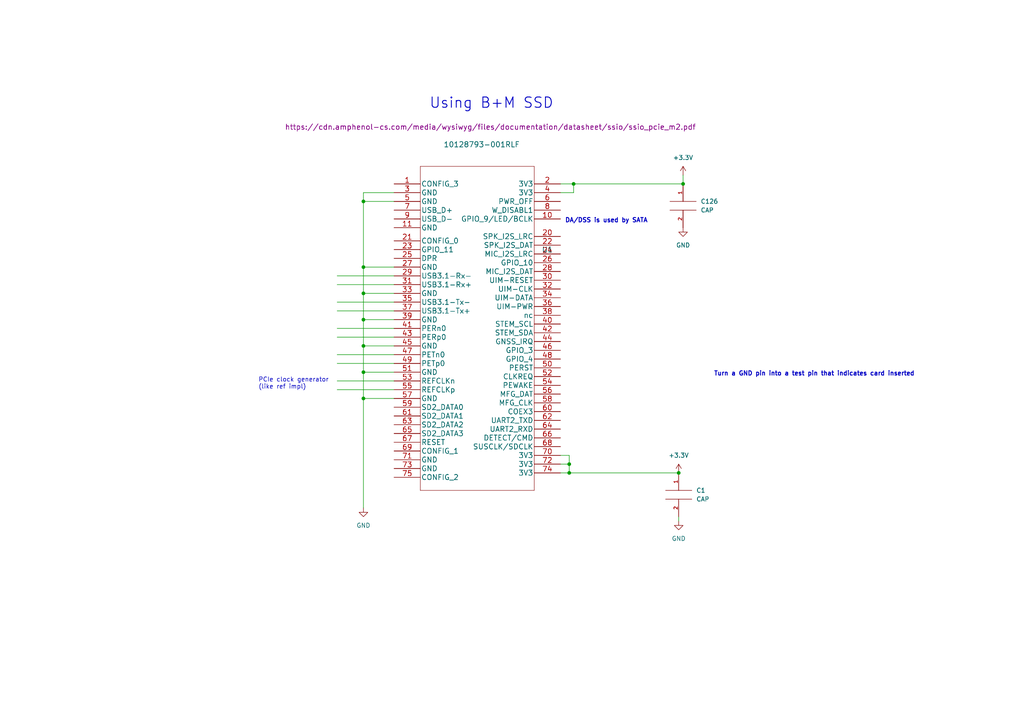
<source format=kicad_sch>
(kicad_sch (version 20211123) (generator eeschema)
  (paper "A4")
  (lib_symbols
    (symbol "Ziloo:10128793-001RLF" (pin_names (offset 0.254))
      (property "Reference" "U" (at -1.27 44.45 0))
      (property "Value" "10128793-001RLF" (at 1.27 41.91 0))
      (property "Datasheet" "https://cdn.amphenol-cs.com/media/wysiwyg/files/documentation/datasheet/ssio/ssio_pcie_m2.pdf" (at 2.54 -62.23 0))
      (symbol "10128793-001RLF_1_1"
        (polyline (pts (xy -16.51 -54.61) (xy 16.51 -54.61)) (stroke (width 0.127)))
        (polyline (pts (xy -16.51 39.37) (xy -16.51 -54.61)) (stroke (width 0.127)))
        (polyline (pts (xy 16.51 -54.61) (xy 16.51 39.37)) (stroke (width 0.127)))
        (polyline (pts (xy 16.51 39.37) (xy -16.51 39.37)) (stroke (width 0.127)))
        (pin unspecified line (at -24.13 34.29 0) (length 7.62) (name "CONFIG_3") (number "1"))
        (pin unspecified line (at 24.13 24.13 180) (length 7.62) (name "GPIO_9/LED/BCLK") (number "10"))
        (pin unspecified line (at -24.13 21.59 0) (length 7.62) (name "GND") (number "11"))
        (pin unspecified line (at 24.13 34.29 180) (length 7.62) (name "3V3") (number "2"))
        (pin unspecified line (at 24.13 19.05 180) (length 7.62) (name "SPK_I2S_LRC") (number "20"))
        (pin unspecified line (at -24.13 17.78 0) (length 7.62) (name "CONFIG_0") (number "21"))
        (pin unspecified line (at 24.13 16.51 180) (length 7.62) (name "SPK_I2S_DAT") (number "22"))
        (pin unspecified line (at -24.13 15.24 0) (length 7.62) (name "GPIO_11") (number "23"))
        (pin unspecified line (at 24.13 13.97 180) (length 7.62) (name "MIC_I2S_LRC") (number "24"))
        (pin output line (at -24.13 12.7 0) (length 7.62) (name "DPR") (number "25"))
        (pin unspecified line (at 24.13 11.43 180) (length 7.62) (name "GPIO_10") (number "26"))
        (pin unspecified line (at -24.13 10.16 0) (length 7.62) (name "GND") (number "27"))
        (pin unspecified line (at 24.13 8.89 180) (length 7.62) (name "MIC_I2S_DAT") (number "28"))
        (pin unspecified line (at -24.13 7.62 0) (length 7.62) (name "USB3.1-Rx-") (number "29"))
        (pin unspecified line (at -24.13 31.75 0) (length 7.62) (name "GND") (number "3"))
        (pin unspecified line (at 24.13 6.35 180) (length 7.62) (name "UIM-RESET") (number "30"))
        (pin unspecified line (at -24.13 5.08 0) (length 7.62) (name "USB3.1-Rx+") (number "31"))
        (pin unspecified line (at 24.13 3.81 180) (length 7.62) (name "UIM-CLK") (number "32"))
        (pin unspecified line (at -24.13 2.54 0) (length 7.62) (name "GND") (number "33"))
        (pin unspecified line (at 24.13 1.27 180) (length 7.62) (name "UIM-DATA") (number "34"))
        (pin unspecified line (at -24.13 0 0) (length 7.62) (name "USB3.1-Tx-") (number "35"))
        (pin unspecified line (at 24.13 -1.27 180) (length 7.62) (name "UIM-PWR") (number "36"))
        (pin unspecified line (at -24.13 -2.54 0) (length 7.62) (name "USB3.1-Tx+") (number "37"))
        (pin unspecified line (at 24.13 -3.81 180) (length 7.62) (name "nc") (number "38"))
        (pin unspecified line (at -24.13 -5.08 0) (length 7.62) (name "GND") (number "39"))
        (pin unspecified line (at 24.13 31.75 180) (length 7.62) (name "3V3") (number "4"))
        (pin unspecified line (at 24.13 -6.35 180) (length 7.62) (name "STEM_SCL") (number "40"))
        (pin unspecified line (at -24.13 -7.62 0) (length 7.62) (name "PERn0") (number "41"))
        (pin unspecified line (at 24.13 -8.89 180) (length 7.62) (name "STEM_SDA") (number "42"))
        (pin unspecified line (at -24.13 -10.16 0) (length 7.62) (name "PERp0") (number "43"))
        (pin unspecified line (at 24.13 -11.43 180) (length 7.62) (name "GNSS_IRQ") (number "44"))
        (pin unspecified line (at -24.13 -12.7 0) (length 7.62) (name "GND") (number "45"))
        (pin unspecified line (at 24.13 -13.97 180) (length 7.62) (name "GPIO_3") (number "46"))
        (pin unspecified line (at -24.13 -15.24 0) (length 7.62) (name "PETn0") (number "47"))
        (pin unspecified line (at 24.13 -16.51 180) (length 7.62) (name "GPIO_4") (number "48"))
        (pin unspecified line (at -24.13 -17.78 0) (length 7.62) (name "PETp0") (number "49"))
        (pin unspecified line (at -24.13 29.21 0) (length 7.62) (name "GND") (number "5"))
        (pin unspecified line (at 24.13 -19.05 180) (length 7.62) (name "PERST") (number "50"))
        (pin unspecified line (at -24.13 -20.32 0) (length 7.62) (name "GND") (number "51"))
        (pin unspecified line (at 24.13 -21.59 180) (length 7.62) (name "CLKREQ") (number "52"))
        (pin unspecified line (at -24.13 -22.86 0) (length 7.62) (name "REFCLKn") (number "53"))
        (pin unspecified line (at 24.13 -24.13 180) (length 7.62) (name "PEWAKE") (number "54"))
        (pin unspecified line (at -24.13 -25.4 0) (length 7.62) (name "REFCLKp") (number "55"))
        (pin unspecified line (at 24.13 -26.67 180) (length 7.62) (name "MFG_DAT") (number "56"))
        (pin unspecified line (at -24.13 -27.94 0) (length 7.62) (name "GND") (number "57"))
        (pin unspecified line (at 24.13 -29.21 180) (length 7.62) (name "MFG_CLK") (number "58"))
        (pin input line (at -24.13 -30.48 0) (length 7.62) (name "SD2_DATA0") (number "59"))
        (pin output line (at 24.13 29.21 180) (length 7.62) (name "PWR_OFF") (number "6"))
        (pin unspecified line (at 24.13 -31.75 180) (length 7.62) (name "COEX3") (number "60"))
        (pin input line (at -24.13 -33.02 0) (length 7.62) (name "SD2_DATA1") (number "61"))
        (pin output line (at 24.13 -34.29 180) (length 7.62) (name "UART2_TXD") (number "62"))
        (pin input line (at -24.13 -35.56 0) (length 7.62) (name "SD2_DATA2") (number "63"))
        (pin input line (at 24.13 -36.83 180) (length 7.62) (name "UART2_RXD") (number "64"))
        (pin input line (at -24.13 -38.1 0) (length 7.62) (name "SD2_DATA3") (number "65"))
        (pin unspecified line (at 24.13 -39.37 180) (length 7.62) (name "DETECT/CMD") (number "66"))
        (pin output line (at -24.13 -40.64 0) (length 7.62) (name "RESET") (number "67"))
        (pin unspecified line (at 24.13 -41.91 180) (length 7.62) (name "SUSCLK/SDCLK") (number "68"))
        (pin unspecified line (at -24.13 -43.18 0) (length 7.62) (name "CONFIG_1") (number "69"))
        (pin unspecified line (at -24.13 26.67 0) (length 7.62) (name "USB_D+") (number "7"))
        (pin unspecified line (at 24.13 -44.45 180) (length 7.62) (name "3V3") (number "70"))
        (pin unspecified line (at -24.13 -45.72 0) (length 7.62) (name "GND") (number "71"))
        (pin unspecified line (at 24.13 -46.99 180) (length 7.62) (name "3V3") (number "72"))
        (pin unspecified line (at -24.13 -48.26 0) (length 7.62) (name "GND") (number "73"))
        (pin unspecified line (at 24.13 -49.53 180) (length 7.62) (name "3V3") (number "74"))
        (pin unspecified line (at -24.13 -50.8 0) (length 7.62) (name "CONFIG_2") (number "75"))
        (pin output line (at 24.13 26.67 180) (length 7.62) (name "W_DISABL1") (number "8"))
        (pin unspecified line (at -24.13 24.13 0) (length 7.62) (name "USB_D-") (number "9"))
      )
    )
    (symbol "power:+3.3V" (power) (pin_names (offset 0))
      (property "Value" "+3.3V" (at 0 3.556 0))
      (symbol "+3.3V_0_1"
        (polyline (pts (xy -0.762 1.27) (xy 0 2.54)))
        (polyline (pts (xy 0 0) (xy 0 2.54)))
        (polyline (pts (xy 0 2.54) (xy 0.762 1.27)))
      )
      (symbol "+3.3V_1_1"
        (pin power_in line (at 0 0 90) (length 0) hide (name "+3.3V") (number "1"))
      )
    )
    (symbol "power:GND" (power) (pin_names (offset 0))
      (property "Value" "GND" (at 0 -3.81 0))
      (symbol "GND_0_1"
        (polyline (pts (xy 0 0) (xy 0 -1.27) (xy 1.27 -1.27) (xy 0 -2.54) (xy -1.27 -1.27) (xy 0 -1.27)))
      )
      (symbol "GND_1_1"
        (pin power_in line (at 0 0 270) (length 0) hide (name "GND") (number "1"))
      )
    )
    (symbol "pspice:CAP" (pin_names (offset 0.254))
      (property "Reference" "C" (at 2.54 3.81 90))
      (property "Value" "CAP" (at 2.54 -3.81 90))
      (symbol "CAP_0_1"
        (polyline (pts (xy -3.81 -1.27) (xy 3.81 -1.27)))
        (polyline (pts (xy -3.81 1.27) (xy 3.81 1.27)))
      )
      (symbol "CAP_1_1"
        (pin passive line (at 0 6.35 270) (length 5.08) (name "~") (number "1"))
        (pin passive line (at 0 -6.35 90) (length 5.08) (name "~") (number "2"))
      )
    )
  )
  (junction (at 165.1 134.62))
  (junction (at 196.85 137.16))
  (junction (at 105.41 100.33))
  (junction (at 198.12 53.34))
  (junction (at 105.41 92.71))
  (junction (at 165.1 137.16))
  (junction (at 105.41 58.42))
  (junction (at 166.37 53.34))
  (junction (at 105.41 107.95))
  (junction (at 105.41 115.57))
  (junction (at 105.41 77.47))
  (junction (at 105.41 85.09))
  (wire (pts (xy 166.37 53.34) (xy 198.12 53.34)))
  (wire (pts (xy 114.3 55.88) (xy 105.41 55.88)))
  (wire (pts (xy 97.79 95.25) (xy 114.3 95.25)))
  (wire (pts (xy 105.41 58.42) (xy 105.41 77.47)))
  (wire (pts (xy 97.79 80.01) (xy 114.3 80.01)))
  (wire (pts (xy 97.79 82.55) (xy 114.3 82.55)))
  (wire (pts (xy 165.1 137.16) (xy 196.85 137.16)))
  (wire (pts (xy 196.85 149.86) (xy 196.85 151.13)))
  (wire (pts (xy 97.79 87.63) (xy 114.3 87.63)))
  (wire (pts (xy 105.41 92.71) (xy 114.3 92.71)))
  (wire (pts (xy 165.1 132.08) (xy 165.1 134.62)))
  (wire (pts (xy 198.12 53.34) (xy 198.12 50.8)))
  (wire (pts (xy 105.41 100.33) (xy 114.3 100.33)))
  (wire (pts (xy 105.41 55.88) (xy 105.41 58.42)))
  (wire (pts (xy 105.41 115.57) (xy 114.3 115.57)))
  (wire (pts (xy 166.37 55.88) (xy 166.37 53.34)))
  (wire (pts (xy 97.79 113.03) (xy 114.3 113.03)))
  (wire (pts (xy 97.79 105.41) (xy 114.3 105.41)))
  (wire (pts (xy 165.1 134.62) (xy 165.1 137.16)))
  (wire (pts (xy 162.56 132.08) (xy 165.1 132.08)))
  (wire (pts (xy 105.41 92.71) (xy 105.41 100.33)))
  (wire (pts (xy 162.56 53.34) (xy 166.37 53.34)))
  (wire (pts (xy 97.79 102.87) (xy 114.3 102.87)))
  (wire (pts (xy 162.56 55.88) (xy 166.37 55.88)))
  (wire (pts (xy 105.41 115.57) (xy 105.41 147.32)))
  (wire (pts (xy 97.79 110.49) (xy 114.3 110.49)))
  (wire (pts (xy 105.41 107.95) (xy 105.41 115.57)))
  (wire (pts (xy 105.41 85.09) (xy 105.41 92.71)))
  (wire (pts (xy 162.56 137.16) (xy 165.1 137.16)))
  (wire (pts (xy 105.41 85.09) (xy 114.3 85.09)))
  (wire (pts (xy 97.79 90.17) (xy 114.3 90.17)))
  (wire (pts (xy 105.41 58.42) (xy 114.3 58.42)))
  (wire (pts (xy 97.79 97.79) (xy 114.3 97.79)))
  (wire (pts (xy 105.41 77.47) (xy 114.3 77.47)))
  (wire (pts (xy 105.41 107.95) (xy 114.3 107.95)))
  (wire (pts (xy 105.41 100.33) (xy 105.41 107.95)))
  (wire (pts (xy 162.56 134.62) (xy 165.1 134.62)))
  (wire (pts (xy 105.41 77.47) (xy 105.41 85.09)))
  (text "Turn a GND pin into a test pin that indicates card inserted" (at 207.01 109.22 0) (effects (font (size 1.27 1.27) bold) (justify left bottom)))
  (text "Using B+M SSD" (at 124.46 31.75 0) (effects (font (size 3 3) (thickness 0.254) bold) (justify left bottom)))
  (text "DA/DSS is used by SATA\n" (at 163.83 64.77 0) (effects (font (size 1.27 1.27) bold) (justify left bottom)))
  (text "PCIe clock generator \n(like ref impl)\n" (at 74.93 113.03 0) (effects (font (size 1.27 1.27)) (justify left bottom)))
  (symbol (lib_id "power:GND") (at 198.12 66.04 0) (unit 1)
    (property "Reference" "#PWR0105" (effects hide))
    (property "Value" "GND" (at 198.12 71.12 0))
  )
  (symbol (lib_id "power:GND") (at 196.85 151.13 0) (unit 1)
    (property "Reference" "#PWR0108" (effects hide))
    (property "Value" "GND" (at 196.85 156.21 0))
  )
  (symbol (lib_id "Ziloo:10128793-001RLF") (at 138.43 87.63 0) (unit 1)
    (property "Reference" "U1" (at 158.75 72.39 0) (effects (font (size 1.524 1.524))))
    (property "Value" "10128793-001RLF" (at 139.7 41.91 0) (effects (font (size 1.524 1.524))))
    (property "Footprint" "Ziloo:10128793-001RLF" (effects hide))
    (property "Datasheet" "https://cdn.amphenol-cs.com/media/wysiwyg/files/documentation/datasheet/ssio/ssio_pcie_m2.pdf" (at 142.24 36.83 0) (effects (font (size 1.524 1.524))))
  )
  (symbol (lib_id "pspice:CAP") (at 198.12 59.69 0) (unit 1)
    (property "Reference" "C126" (at 203.2 58.4199 0) (effects (justify left)))
    (property "Value" "CAP" (at 203.2 60.9599 0) (effects (justify left)))
    (property "Footprint" "Capacitor_SMD:C_1210_3225Metric" (effects hide))
  )
  (symbol (lib_id "pspice:CAP") (at 196.85 143.51 0) (unit 1)
    (property "Reference" "C1" (at 201.93 142.2399 0) (effects (justify left)))
    (property "Value" "CAP" (at 201.93 144.7799 0) (effects (justify left)))
    (property "Footprint" "Capacitor_SMD:C_1210_3225Metric" (effects hide))
  )
  (symbol (lib_id "power:+3.3V") (at 198.12 50.8 0) (unit 1)
    (property "Reference" "#PWR0107" (effects hide))
    (property "Value" "+3.3V" (at 198.12 45.72 0))
  )
  (symbol (lib_id "power:+3.3V") (at 196.85 137.16 0) (unit 1)
    (property "Reference" "#PWR0106" (effects hide))
    (property "Value" "+3.3V" (at 196.85 132.08 0))
  )
  (symbol (lib_id "power:GND") (at 105.41 147.32 0) (unit 1)
    (property "Reference" "#PWR0109" (effects hide))
    (property "Value" "GND" (at 105.41 152.4 0))
  )
)
</source>
